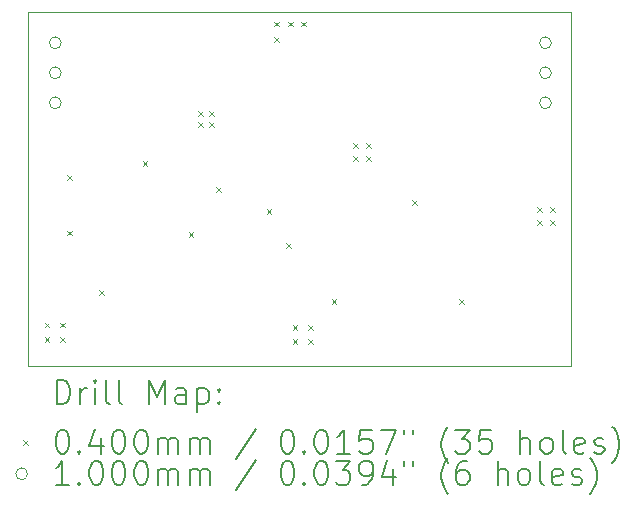
<source format=gbr>
%TF.GenerationSoftware,KiCad,Pcbnew,7.0.1*%
%TF.CreationDate,2023-05-08T19:32:56+02:00*%
%TF.ProjectId,geiger_counter,67656967-6572-45f6-936f-756e7465722e,rev?*%
%TF.SameCoordinates,Original*%
%TF.FileFunction,Drillmap*%
%TF.FilePolarity,Positive*%
%FSLAX45Y45*%
G04 Gerber Fmt 4.5, Leading zero omitted, Abs format (unit mm)*
G04 Created by KiCad (PCBNEW 7.0.1) date 2023-05-08 19:32:56*
%MOMM*%
%LPD*%
G01*
G04 APERTURE LIST*
%ADD10C,0.100000*%
%ADD11C,0.200000*%
%ADD12C,0.040000*%
G04 APERTURE END LIST*
D10*
X11690000Y-2040000D02*
X16290000Y-2040000D01*
X16290000Y-5040000D01*
X11690000Y-5040000D01*
X11690000Y-2040000D01*
D11*
D12*
X11830000Y-4670000D02*
X11870000Y-4710000D01*
X11870000Y-4670000D02*
X11830000Y-4710000D01*
X11830000Y-4790000D02*
X11870000Y-4830000D01*
X11870000Y-4790000D02*
X11830000Y-4830000D01*
X11960000Y-4670000D02*
X12000000Y-4710000D01*
X12000000Y-4670000D02*
X11960000Y-4710000D01*
X11960000Y-4790000D02*
X12000000Y-4830000D01*
X12000000Y-4790000D02*
X11960000Y-4830000D01*
X12020000Y-3420000D02*
X12060000Y-3460000D01*
X12060000Y-3420000D02*
X12020000Y-3460000D01*
X12020000Y-3890000D02*
X12060000Y-3930000D01*
X12060000Y-3890000D02*
X12020000Y-3930000D01*
X12293228Y-4392550D02*
X12333228Y-4432550D01*
X12333228Y-4392550D02*
X12293228Y-4432550D01*
X12660000Y-3300000D02*
X12700000Y-3340000D01*
X12700000Y-3300000D02*
X12660000Y-3340000D01*
X13050000Y-3900000D02*
X13090000Y-3940000D01*
X13090000Y-3900000D02*
X13050000Y-3940000D01*
X13130000Y-2880000D02*
X13170000Y-2920000D01*
X13170000Y-2880000D02*
X13130000Y-2920000D01*
X13130000Y-2970000D02*
X13170000Y-3010000D01*
X13170000Y-2970000D02*
X13130000Y-3010000D01*
X13220000Y-2880000D02*
X13260000Y-2920000D01*
X13260000Y-2880000D02*
X13220000Y-2920000D01*
X13220000Y-2970000D02*
X13260000Y-3010000D01*
X13260000Y-2970000D02*
X13220000Y-3010000D01*
X13280000Y-3520000D02*
X13320000Y-3560000D01*
X13320000Y-3520000D02*
X13280000Y-3560000D01*
X13710000Y-3710000D02*
X13750000Y-3750000D01*
X13750000Y-3710000D02*
X13710000Y-3750000D01*
X13770000Y-2120000D02*
X13810000Y-2160000D01*
X13810000Y-2120000D02*
X13770000Y-2160000D01*
X13770000Y-2250000D02*
X13810000Y-2290000D01*
X13810000Y-2250000D02*
X13770000Y-2290000D01*
X13877305Y-3997550D02*
X13917305Y-4037550D01*
X13917305Y-3997550D02*
X13877305Y-4037550D01*
X13890000Y-2120000D02*
X13930000Y-2160000D01*
X13930000Y-2120000D02*
X13890000Y-2160000D01*
X13930000Y-4690000D02*
X13970000Y-4730000D01*
X13970000Y-4690000D02*
X13930000Y-4730000D01*
X13930000Y-4810000D02*
X13970000Y-4850000D01*
X13970000Y-4810000D02*
X13930000Y-4850000D01*
X14000000Y-2120000D02*
X14040000Y-2160000D01*
X14040000Y-2120000D02*
X14000000Y-2160000D01*
X14060000Y-4690000D02*
X14100000Y-4730000D01*
X14100000Y-4690000D02*
X14060000Y-4730000D01*
X14060000Y-4810000D02*
X14100000Y-4850000D01*
X14100000Y-4810000D02*
X14060000Y-4850000D01*
X14260000Y-4471050D02*
X14300000Y-4511050D01*
X14300000Y-4471050D02*
X14260000Y-4511050D01*
X14440000Y-3150000D02*
X14480000Y-3190000D01*
X14480000Y-3150000D02*
X14440000Y-3190000D01*
X14440000Y-3260000D02*
X14480000Y-3300000D01*
X14480000Y-3260000D02*
X14440000Y-3300000D01*
X14550000Y-3150000D02*
X14590000Y-3190000D01*
X14590000Y-3150000D02*
X14550000Y-3190000D01*
X14550000Y-3260000D02*
X14590000Y-3300000D01*
X14590000Y-3260000D02*
X14550000Y-3300000D01*
X14940000Y-3630000D02*
X14980000Y-3670000D01*
X14980000Y-3630000D02*
X14940000Y-3670000D01*
X15340000Y-4470000D02*
X15380000Y-4510000D01*
X15380000Y-4470000D02*
X15340000Y-4510000D01*
X16000000Y-3690000D02*
X16040000Y-3730000D01*
X16040000Y-3690000D02*
X16000000Y-3730000D01*
X16000000Y-3800000D02*
X16040000Y-3840000D01*
X16040000Y-3800000D02*
X16000000Y-3840000D01*
X16110000Y-3690000D02*
X16150000Y-3730000D01*
X16150000Y-3690000D02*
X16110000Y-3730000D01*
X16110000Y-3800000D02*
X16150000Y-3840000D01*
X16150000Y-3800000D02*
X16110000Y-3840000D01*
D10*
X11970000Y-2300000D02*
G75*
G03*
X11970000Y-2300000I-50000J0D01*
G01*
X11970000Y-2554000D02*
G75*
G03*
X11970000Y-2554000I-50000J0D01*
G01*
X11970000Y-2808000D02*
G75*
G03*
X11970000Y-2808000I-50000J0D01*
G01*
X16120000Y-2300000D02*
G75*
G03*
X16120000Y-2300000I-50000J0D01*
G01*
X16120000Y-2554000D02*
G75*
G03*
X16120000Y-2554000I-50000J0D01*
G01*
X16120000Y-2808000D02*
G75*
G03*
X16120000Y-2808000I-50000J0D01*
G01*
D11*
X11932619Y-5357524D02*
X11932619Y-5157524D01*
X11932619Y-5157524D02*
X11980238Y-5157524D01*
X11980238Y-5157524D02*
X12008809Y-5167048D01*
X12008809Y-5167048D02*
X12027857Y-5186095D01*
X12027857Y-5186095D02*
X12037381Y-5205143D01*
X12037381Y-5205143D02*
X12046905Y-5243238D01*
X12046905Y-5243238D02*
X12046905Y-5271810D01*
X12046905Y-5271810D02*
X12037381Y-5309905D01*
X12037381Y-5309905D02*
X12027857Y-5328952D01*
X12027857Y-5328952D02*
X12008809Y-5348000D01*
X12008809Y-5348000D02*
X11980238Y-5357524D01*
X11980238Y-5357524D02*
X11932619Y-5357524D01*
X12132619Y-5357524D02*
X12132619Y-5224190D01*
X12132619Y-5262286D02*
X12142143Y-5243238D01*
X12142143Y-5243238D02*
X12151667Y-5233714D01*
X12151667Y-5233714D02*
X12170714Y-5224190D01*
X12170714Y-5224190D02*
X12189762Y-5224190D01*
X12256428Y-5357524D02*
X12256428Y-5224190D01*
X12256428Y-5157524D02*
X12246905Y-5167048D01*
X12246905Y-5167048D02*
X12256428Y-5176571D01*
X12256428Y-5176571D02*
X12265952Y-5167048D01*
X12265952Y-5167048D02*
X12256428Y-5157524D01*
X12256428Y-5157524D02*
X12256428Y-5176571D01*
X12380238Y-5357524D02*
X12361190Y-5348000D01*
X12361190Y-5348000D02*
X12351667Y-5328952D01*
X12351667Y-5328952D02*
X12351667Y-5157524D01*
X12485000Y-5357524D02*
X12465952Y-5348000D01*
X12465952Y-5348000D02*
X12456428Y-5328952D01*
X12456428Y-5328952D02*
X12456428Y-5157524D01*
X12713571Y-5357524D02*
X12713571Y-5157524D01*
X12713571Y-5157524D02*
X12780238Y-5300381D01*
X12780238Y-5300381D02*
X12846905Y-5157524D01*
X12846905Y-5157524D02*
X12846905Y-5357524D01*
X13027857Y-5357524D02*
X13027857Y-5252762D01*
X13027857Y-5252762D02*
X13018333Y-5233714D01*
X13018333Y-5233714D02*
X12999286Y-5224190D01*
X12999286Y-5224190D02*
X12961190Y-5224190D01*
X12961190Y-5224190D02*
X12942143Y-5233714D01*
X13027857Y-5348000D02*
X13008809Y-5357524D01*
X13008809Y-5357524D02*
X12961190Y-5357524D01*
X12961190Y-5357524D02*
X12942143Y-5348000D01*
X12942143Y-5348000D02*
X12932619Y-5328952D01*
X12932619Y-5328952D02*
X12932619Y-5309905D01*
X12932619Y-5309905D02*
X12942143Y-5290857D01*
X12942143Y-5290857D02*
X12961190Y-5281333D01*
X12961190Y-5281333D02*
X13008809Y-5281333D01*
X13008809Y-5281333D02*
X13027857Y-5271810D01*
X13123095Y-5224190D02*
X13123095Y-5424190D01*
X13123095Y-5233714D02*
X13142143Y-5224190D01*
X13142143Y-5224190D02*
X13180238Y-5224190D01*
X13180238Y-5224190D02*
X13199286Y-5233714D01*
X13199286Y-5233714D02*
X13208809Y-5243238D01*
X13208809Y-5243238D02*
X13218333Y-5262286D01*
X13218333Y-5262286D02*
X13218333Y-5319429D01*
X13218333Y-5319429D02*
X13208809Y-5338476D01*
X13208809Y-5338476D02*
X13199286Y-5348000D01*
X13199286Y-5348000D02*
X13180238Y-5357524D01*
X13180238Y-5357524D02*
X13142143Y-5357524D01*
X13142143Y-5357524D02*
X13123095Y-5348000D01*
X13304048Y-5338476D02*
X13313571Y-5348000D01*
X13313571Y-5348000D02*
X13304048Y-5357524D01*
X13304048Y-5357524D02*
X13294524Y-5348000D01*
X13294524Y-5348000D02*
X13304048Y-5338476D01*
X13304048Y-5338476D02*
X13304048Y-5357524D01*
X13304048Y-5233714D02*
X13313571Y-5243238D01*
X13313571Y-5243238D02*
X13304048Y-5252762D01*
X13304048Y-5252762D02*
X13294524Y-5243238D01*
X13294524Y-5243238D02*
X13304048Y-5233714D01*
X13304048Y-5233714D02*
X13304048Y-5252762D01*
D12*
X11645000Y-5665000D02*
X11685000Y-5705000D01*
X11685000Y-5665000D02*
X11645000Y-5705000D01*
D11*
X11970714Y-5577524D02*
X11989762Y-5577524D01*
X11989762Y-5577524D02*
X12008809Y-5587048D01*
X12008809Y-5587048D02*
X12018333Y-5596571D01*
X12018333Y-5596571D02*
X12027857Y-5615619D01*
X12027857Y-5615619D02*
X12037381Y-5653714D01*
X12037381Y-5653714D02*
X12037381Y-5701333D01*
X12037381Y-5701333D02*
X12027857Y-5739428D01*
X12027857Y-5739428D02*
X12018333Y-5758476D01*
X12018333Y-5758476D02*
X12008809Y-5768000D01*
X12008809Y-5768000D02*
X11989762Y-5777524D01*
X11989762Y-5777524D02*
X11970714Y-5777524D01*
X11970714Y-5777524D02*
X11951667Y-5768000D01*
X11951667Y-5768000D02*
X11942143Y-5758476D01*
X11942143Y-5758476D02*
X11932619Y-5739428D01*
X11932619Y-5739428D02*
X11923095Y-5701333D01*
X11923095Y-5701333D02*
X11923095Y-5653714D01*
X11923095Y-5653714D02*
X11932619Y-5615619D01*
X11932619Y-5615619D02*
X11942143Y-5596571D01*
X11942143Y-5596571D02*
X11951667Y-5587048D01*
X11951667Y-5587048D02*
X11970714Y-5577524D01*
X12123095Y-5758476D02*
X12132619Y-5768000D01*
X12132619Y-5768000D02*
X12123095Y-5777524D01*
X12123095Y-5777524D02*
X12113571Y-5768000D01*
X12113571Y-5768000D02*
X12123095Y-5758476D01*
X12123095Y-5758476D02*
X12123095Y-5777524D01*
X12304048Y-5644190D02*
X12304048Y-5777524D01*
X12256428Y-5568000D02*
X12208809Y-5710857D01*
X12208809Y-5710857D02*
X12332619Y-5710857D01*
X12446905Y-5577524D02*
X12465952Y-5577524D01*
X12465952Y-5577524D02*
X12485000Y-5587048D01*
X12485000Y-5587048D02*
X12494524Y-5596571D01*
X12494524Y-5596571D02*
X12504048Y-5615619D01*
X12504048Y-5615619D02*
X12513571Y-5653714D01*
X12513571Y-5653714D02*
X12513571Y-5701333D01*
X12513571Y-5701333D02*
X12504048Y-5739428D01*
X12504048Y-5739428D02*
X12494524Y-5758476D01*
X12494524Y-5758476D02*
X12485000Y-5768000D01*
X12485000Y-5768000D02*
X12465952Y-5777524D01*
X12465952Y-5777524D02*
X12446905Y-5777524D01*
X12446905Y-5777524D02*
X12427857Y-5768000D01*
X12427857Y-5768000D02*
X12418333Y-5758476D01*
X12418333Y-5758476D02*
X12408809Y-5739428D01*
X12408809Y-5739428D02*
X12399286Y-5701333D01*
X12399286Y-5701333D02*
X12399286Y-5653714D01*
X12399286Y-5653714D02*
X12408809Y-5615619D01*
X12408809Y-5615619D02*
X12418333Y-5596571D01*
X12418333Y-5596571D02*
X12427857Y-5587048D01*
X12427857Y-5587048D02*
X12446905Y-5577524D01*
X12637381Y-5577524D02*
X12656429Y-5577524D01*
X12656429Y-5577524D02*
X12675476Y-5587048D01*
X12675476Y-5587048D02*
X12685000Y-5596571D01*
X12685000Y-5596571D02*
X12694524Y-5615619D01*
X12694524Y-5615619D02*
X12704048Y-5653714D01*
X12704048Y-5653714D02*
X12704048Y-5701333D01*
X12704048Y-5701333D02*
X12694524Y-5739428D01*
X12694524Y-5739428D02*
X12685000Y-5758476D01*
X12685000Y-5758476D02*
X12675476Y-5768000D01*
X12675476Y-5768000D02*
X12656429Y-5777524D01*
X12656429Y-5777524D02*
X12637381Y-5777524D01*
X12637381Y-5777524D02*
X12618333Y-5768000D01*
X12618333Y-5768000D02*
X12608809Y-5758476D01*
X12608809Y-5758476D02*
X12599286Y-5739428D01*
X12599286Y-5739428D02*
X12589762Y-5701333D01*
X12589762Y-5701333D02*
X12589762Y-5653714D01*
X12589762Y-5653714D02*
X12599286Y-5615619D01*
X12599286Y-5615619D02*
X12608809Y-5596571D01*
X12608809Y-5596571D02*
X12618333Y-5587048D01*
X12618333Y-5587048D02*
X12637381Y-5577524D01*
X12789762Y-5777524D02*
X12789762Y-5644190D01*
X12789762Y-5663238D02*
X12799286Y-5653714D01*
X12799286Y-5653714D02*
X12818333Y-5644190D01*
X12818333Y-5644190D02*
X12846905Y-5644190D01*
X12846905Y-5644190D02*
X12865952Y-5653714D01*
X12865952Y-5653714D02*
X12875476Y-5672762D01*
X12875476Y-5672762D02*
X12875476Y-5777524D01*
X12875476Y-5672762D02*
X12885000Y-5653714D01*
X12885000Y-5653714D02*
X12904048Y-5644190D01*
X12904048Y-5644190D02*
X12932619Y-5644190D01*
X12932619Y-5644190D02*
X12951667Y-5653714D01*
X12951667Y-5653714D02*
X12961190Y-5672762D01*
X12961190Y-5672762D02*
X12961190Y-5777524D01*
X13056429Y-5777524D02*
X13056429Y-5644190D01*
X13056429Y-5663238D02*
X13065952Y-5653714D01*
X13065952Y-5653714D02*
X13085000Y-5644190D01*
X13085000Y-5644190D02*
X13113571Y-5644190D01*
X13113571Y-5644190D02*
X13132619Y-5653714D01*
X13132619Y-5653714D02*
X13142143Y-5672762D01*
X13142143Y-5672762D02*
X13142143Y-5777524D01*
X13142143Y-5672762D02*
X13151667Y-5653714D01*
X13151667Y-5653714D02*
X13170714Y-5644190D01*
X13170714Y-5644190D02*
X13199286Y-5644190D01*
X13199286Y-5644190D02*
X13218333Y-5653714D01*
X13218333Y-5653714D02*
X13227857Y-5672762D01*
X13227857Y-5672762D02*
X13227857Y-5777524D01*
X13618333Y-5568000D02*
X13446905Y-5825143D01*
X13875476Y-5577524D02*
X13894524Y-5577524D01*
X13894524Y-5577524D02*
X13913572Y-5587048D01*
X13913572Y-5587048D02*
X13923095Y-5596571D01*
X13923095Y-5596571D02*
X13932619Y-5615619D01*
X13932619Y-5615619D02*
X13942143Y-5653714D01*
X13942143Y-5653714D02*
X13942143Y-5701333D01*
X13942143Y-5701333D02*
X13932619Y-5739428D01*
X13932619Y-5739428D02*
X13923095Y-5758476D01*
X13923095Y-5758476D02*
X13913572Y-5768000D01*
X13913572Y-5768000D02*
X13894524Y-5777524D01*
X13894524Y-5777524D02*
X13875476Y-5777524D01*
X13875476Y-5777524D02*
X13856429Y-5768000D01*
X13856429Y-5768000D02*
X13846905Y-5758476D01*
X13846905Y-5758476D02*
X13837381Y-5739428D01*
X13837381Y-5739428D02*
X13827857Y-5701333D01*
X13827857Y-5701333D02*
X13827857Y-5653714D01*
X13827857Y-5653714D02*
X13837381Y-5615619D01*
X13837381Y-5615619D02*
X13846905Y-5596571D01*
X13846905Y-5596571D02*
X13856429Y-5587048D01*
X13856429Y-5587048D02*
X13875476Y-5577524D01*
X14027857Y-5758476D02*
X14037381Y-5768000D01*
X14037381Y-5768000D02*
X14027857Y-5777524D01*
X14027857Y-5777524D02*
X14018333Y-5768000D01*
X14018333Y-5768000D02*
X14027857Y-5758476D01*
X14027857Y-5758476D02*
X14027857Y-5777524D01*
X14161191Y-5577524D02*
X14180238Y-5577524D01*
X14180238Y-5577524D02*
X14199286Y-5587048D01*
X14199286Y-5587048D02*
X14208810Y-5596571D01*
X14208810Y-5596571D02*
X14218333Y-5615619D01*
X14218333Y-5615619D02*
X14227857Y-5653714D01*
X14227857Y-5653714D02*
X14227857Y-5701333D01*
X14227857Y-5701333D02*
X14218333Y-5739428D01*
X14218333Y-5739428D02*
X14208810Y-5758476D01*
X14208810Y-5758476D02*
X14199286Y-5768000D01*
X14199286Y-5768000D02*
X14180238Y-5777524D01*
X14180238Y-5777524D02*
X14161191Y-5777524D01*
X14161191Y-5777524D02*
X14142143Y-5768000D01*
X14142143Y-5768000D02*
X14132619Y-5758476D01*
X14132619Y-5758476D02*
X14123095Y-5739428D01*
X14123095Y-5739428D02*
X14113572Y-5701333D01*
X14113572Y-5701333D02*
X14113572Y-5653714D01*
X14113572Y-5653714D02*
X14123095Y-5615619D01*
X14123095Y-5615619D02*
X14132619Y-5596571D01*
X14132619Y-5596571D02*
X14142143Y-5587048D01*
X14142143Y-5587048D02*
X14161191Y-5577524D01*
X14418333Y-5777524D02*
X14304048Y-5777524D01*
X14361191Y-5777524D02*
X14361191Y-5577524D01*
X14361191Y-5577524D02*
X14342143Y-5606095D01*
X14342143Y-5606095D02*
X14323095Y-5625143D01*
X14323095Y-5625143D02*
X14304048Y-5634667D01*
X14599286Y-5577524D02*
X14504048Y-5577524D01*
X14504048Y-5577524D02*
X14494524Y-5672762D01*
X14494524Y-5672762D02*
X14504048Y-5663238D01*
X14504048Y-5663238D02*
X14523095Y-5653714D01*
X14523095Y-5653714D02*
X14570714Y-5653714D01*
X14570714Y-5653714D02*
X14589762Y-5663238D01*
X14589762Y-5663238D02*
X14599286Y-5672762D01*
X14599286Y-5672762D02*
X14608810Y-5691809D01*
X14608810Y-5691809D02*
X14608810Y-5739428D01*
X14608810Y-5739428D02*
X14599286Y-5758476D01*
X14599286Y-5758476D02*
X14589762Y-5768000D01*
X14589762Y-5768000D02*
X14570714Y-5777524D01*
X14570714Y-5777524D02*
X14523095Y-5777524D01*
X14523095Y-5777524D02*
X14504048Y-5768000D01*
X14504048Y-5768000D02*
X14494524Y-5758476D01*
X14675476Y-5577524D02*
X14808810Y-5577524D01*
X14808810Y-5577524D02*
X14723095Y-5777524D01*
X14875476Y-5577524D02*
X14875476Y-5615619D01*
X14951667Y-5577524D02*
X14951667Y-5615619D01*
X15246905Y-5853714D02*
X15237381Y-5844190D01*
X15237381Y-5844190D02*
X15218334Y-5815619D01*
X15218334Y-5815619D02*
X15208810Y-5796571D01*
X15208810Y-5796571D02*
X15199286Y-5768000D01*
X15199286Y-5768000D02*
X15189762Y-5720381D01*
X15189762Y-5720381D02*
X15189762Y-5682286D01*
X15189762Y-5682286D02*
X15199286Y-5634667D01*
X15199286Y-5634667D02*
X15208810Y-5606095D01*
X15208810Y-5606095D02*
X15218334Y-5587048D01*
X15218334Y-5587048D02*
X15237381Y-5558476D01*
X15237381Y-5558476D02*
X15246905Y-5548952D01*
X15304048Y-5577524D02*
X15427857Y-5577524D01*
X15427857Y-5577524D02*
X15361191Y-5653714D01*
X15361191Y-5653714D02*
X15389762Y-5653714D01*
X15389762Y-5653714D02*
X15408810Y-5663238D01*
X15408810Y-5663238D02*
X15418334Y-5672762D01*
X15418334Y-5672762D02*
X15427857Y-5691809D01*
X15427857Y-5691809D02*
X15427857Y-5739428D01*
X15427857Y-5739428D02*
X15418334Y-5758476D01*
X15418334Y-5758476D02*
X15408810Y-5768000D01*
X15408810Y-5768000D02*
X15389762Y-5777524D01*
X15389762Y-5777524D02*
X15332619Y-5777524D01*
X15332619Y-5777524D02*
X15313572Y-5768000D01*
X15313572Y-5768000D02*
X15304048Y-5758476D01*
X15608810Y-5577524D02*
X15513572Y-5577524D01*
X15513572Y-5577524D02*
X15504048Y-5672762D01*
X15504048Y-5672762D02*
X15513572Y-5663238D01*
X15513572Y-5663238D02*
X15532619Y-5653714D01*
X15532619Y-5653714D02*
X15580238Y-5653714D01*
X15580238Y-5653714D02*
X15599286Y-5663238D01*
X15599286Y-5663238D02*
X15608810Y-5672762D01*
X15608810Y-5672762D02*
X15618334Y-5691809D01*
X15618334Y-5691809D02*
X15618334Y-5739428D01*
X15618334Y-5739428D02*
X15608810Y-5758476D01*
X15608810Y-5758476D02*
X15599286Y-5768000D01*
X15599286Y-5768000D02*
X15580238Y-5777524D01*
X15580238Y-5777524D02*
X15532619Y-5777524D01*
X15532619Y-5777524D02*
X15513572Y-5768000D01*
X15513572Y-5768000D02*
X15504048Y-5758476D01*
X15856429Y-5777524D02*
X15856429Y-5577524D01*
X15942143Y-5777524D02*
X15942143Y-5672762D01*
X15942143Y-5672762D02*
X15932619Y-5653714D01*
X15932619Y-5653714D02*
X15913572Y-5644190D01*
X15913572Y-5644190D02*
X15885000Y-5644190D01*
X15885000Y-5644190D02*
X15865953Y-5653714D01*
X15865953Y-5653714D02*
X15856429Y-5663238D01*
X16065953Y-5777524D02*
X16046905Y-5768000D01*
X16046905Y-5768000D02*
X16037381Y-5758476D01*
X16037381Y-5758476D02*
X16027857Y-5739428D01*
X16027857Y-5739428D02*
X16027857Y-5682286D01*
X16027857Y-5682286D02*
X16037381Y-5663238D01*
X16037381Y-5663238D02*
X16046905Y-5653714D01*
X16046905Y-5653714D02*
X16065953Y-5644190D01*
X16065953Y-5644190D02*
X16094524Y-5644190D01*
X16094524Y-5644190D02*
X16113572Y-5653714D01*
X16113572Y-5653714D02*
X16123096Y-5663238D01*
X16123096Y-5663238D02*
X16132619Y-5682286D01*
X16132619Y-5682286D02*
X16132619Y-5739428D01*
X16132619Y-5739428D02*
X16123096Y-5758476D01*
X16123096Y-5758476D02*
X16113572Y-5768000D01*
X16113572Y-5768000D02*
X16094524Y-5777524D01*
X16094524Y-5777524D02*
X16065953Y-5777524D01*
X16246905Y-5777524D02*
X16227857Y-5768000D01*
X16227857Y-5768000D02*
X16218334Y-5748952D01*
X16218334Y-5748952D02*
X16218334Y-5577524D01*
X16399286Y-5768000D02*
X16380238Y-5777524D01*
X16380238Y-5777524D02*
X16342143Y-5777524D01*
X16342143Y-5777524D02*
X16323096Y-5768000D01*
X16323096Y-5768000D02*
X16313572Y-5748952D01*
X16313572Y-5748952D02*
X16313572Y-5672762D01*
X16313572Y-5672762D02*
X16323096Y-5653714D01*
X16323096Y-5653714D02*
X16342143Y-5644190D01*
X16342143Y-5644190D02*
X16380238Y-5644190D01*
X16380238Y-5644190D02*
X16399286Y-5653714D01*
X16399286Y-5653714D02*
X16408810Y-5672762D01*
X16408810Y-5672762D02*
X16408810Y-5691809D01*
X16408810Y-5691809D02*
X16313572Y-5710857D01*
X16485000Y-5768000D02*
X16504048Y-5777524D01*
X16504048Y-5777524D02*
X16542143Y-5777524D01*
X16542143Y-5777524D02*
X16561191Y-5768000D01*
X16561191Y-5768000D02*
X16570715Y-5748952D01*
X16570715Y-5748952D02*
X16570715Y-5739428D01*
X16570715Y-5739428D02*
X16561191Y-5720381D01*
X16561191Y-5720381D02*
X16542143Y-5710857D01*
X16542143Y-5710857D02*
X16513572Y-5710857D01*
X16513572Y-5710857D02*
X16494524Y-5701333D01*
X16494524Y-5701333D02*
X16485000Y-5682286D01*
X16485000Y-5682286D02*
X16485000Y-5672762D01*
X16485000Y-5672762D02*
X16494524Y-5653714D01*
X16494524Y-5653714D02*
X16513572Y-5644190D01*
X16513572Y-5644190D02*
X16542143Y-5644190D01*
X16542143Y-5644190D02*
X16561191Y-5653714D01*
X16637381Y-5853714D02*
X16646905Y-5844190D01*
X16646905Y-5844190D02*
X16665953Y-5815619D01*
X16665953Y-5815619D02*
X16675477Y-5796571D01*
X16675477Y-5796571D02*
X16685000Y-5768000D01*
X16685000Y-5768000D02*
X16694524Y-5720381D01*
X16694524Y-5720381D02*
X16694524Y-5682286D01*
X16694524Y-5682286D02*
X16685000Y-5634667D01*
X16685000Y-5634667D02*
X16675477Y-5606095D01*
X16675477Y-5606095D02*
X16665953Y-5587048D01*
X16665953Y-5587048D02*
X16646905Y-5558476D01*
X16646905Y-5558476D02*
X16637381Y-5548952D01*
D10*
X11685000Y-5949000D02*
G75*
G03*
X11685000Y-5949000I-50000J0D01*
G01*
D11*
X12037381Y-6041524D02*
X11923095Y-6041524D01*
X11980238Y-6041524D02*
X11980238Y-5841524D01*
X11980238Y-5841524D02*
X11961190Y-5870095D01*
X11961190Y-5870095D02*
X11942143Y-5889143D01*
X11942143Y-5889143D02*
X11923095Y-5898667D01*
X12123095Y-6022476D02*
X12132619Y-6032000D01*
X12132619Y-6032000D02*
X12123095Y-6041524D01*
X12123095Y-6041524D02*
X12113571Y-6032000D01*
X12113571Y-6032000D02*
X12123095Y-6022476D01*
X12123095Y-6022476D02*
X12123095Y-6041524D01*
X12256428Y-5841524D02*
X12275476Y-5841524D01*
X12275476Y-5841524D02*
X12294524Y-5851048D01*
X12294524Y-5851048D02*
X12304048Y-5860571D01*
X12304048Y-5860571D02*
X12313571Y-5879619D01*
X12313571Y-5879619D02*
X12323095Y-5917714D01*
X12323095Y-5917714D02*
X12323095Y-5965333D01*
X12323095Y-5965333D02*
X12313571Y-6003428D01*
X12313571Y-6003428D02*
X12304048Y-6022476D01*
X12304048Y-6022476D02*
X12294524Y-6032000D01*
X12294524Y-6032000D02*
X12275476Y-6041524D01*
X12275476Y-6041524D02*
X12256428Y-6041524D01*
X12256428Y-6041524D02*
X12237381Y-6032000D01*
X12237381Y-6032000D02*
X12227857Y-6022476D01*
X12227857Y-6022476D02*
X12218333Y-6003428D01*
X12218333Y-6003428D02*
X12208809Y-5965333D01*
X12208809Y-5965333D02*
X12208809Y-5917714D01*
X12208809Y-5917714D02*
X12218333Y-5879619D01*
X12218333Y-5879619D02*
X12227857Y-5860571D01*
X12227857Y-5860571D02*
X12237381Y-5851048D01*
X12237381Y-5851048D02*
X12256428Y-5841524D01*
X12446905Y-5841524D02*
X12465952Y-5841524D01*
X12465952Y-5841524D02*
X12485000Y-5851048D01*
X12485000Y-5851048D02*
X12494524Y-5860571D01*
X12494524Y-5860571D02*
X12504048Y-5879619D01*
X12504048Y-5879619D02*
X12513571Y-5917714D01*
X12513571Y-5917714D02*
X12513571Y-5965333D01*
X12513571Y-5965333D02*
X12504048Y-6003428D01*
X12504048Y-6003428D02*
X12494524Y-6022476D01*
X12494524Y-6022476D02*
X12485000Y-6032000D01*
X12485000Y-6032000D02*
X12465952Y-6041524D01*
X12465952Y-6041524D02*
X12446905Y-6041524D01*
X12446905Y-6041524D02*
X12427857Y-6032000D01*
X12427857Y-6032000D02*
X12418333Y-6022476D01*
X12418333Y-6022476D02*
X12408809Y-6003428D01*
X12408809Y-6003428D02*
X12399286Y-5965333D01*
X12399286Y-5965333D02*
X12399286Y-5917714D01*
X12399286Y-5917714D02*
X12408809Y-5879619D01*
X12408809Y-5879619D02*
X12418333Y-5860571D01*
X12418333Y-5860571D02*
X12427857Y-5851048D01*
X12427857Y-5851048D02*
X12446905Y-5841524D01*
X12637381Y-5841524D02*
X12656429Y-5841524D01*
X12656429Y-5841524D02*
X12675476Y-5851048D01*
X12675476Y-5851048D02*
X12685000Y-5860571D01*
X12685000Y-5860571D02*
X12694524Y-5879619D01*
X12694524Y-5879619D02*
X12704048Y-5917714D01*
X12704048Y-5917714D02*
X12704048Y-5965333D01*
X12704048Y-5965333D02*
X12694524Y-6003428D01*
X12694524Y-6003428D02*
X12685000Y-6022476D01*
X12685000Y-6022476D02*
X12675476Y-6032000D01*
X12675476Y-6032000D02*
X12656429Y-6041524D01*
X12656429Y-6041524D02*
X12637381Y-6041524D01*
X12637381Y-6041524D02*
X12618333Y-6032000D01*
X12618333Y-6032000D02*
X12608809Y-6022476D01*
X12608809Y-6022476D02*
X12599286Y-6003428D01*
X12599286Y-6003428D02*
X12589762Y-5965333D01*
X12589762Y-5965333D02*
X12589762Y-5917714D01*
X12589762Y-5917714D02*
X12599286Y-5879619D01*
X12599286Y-5879619D02*
X12608809Y-5860571D01*
X12608809Y-5860571D02*
X12618333Y-5851048D01*
X12618333Y-5851048D02*
X12637381Y-5841524D01*
X12789762Y-6041524D02*
X12789762Y-5908190D01*
X12789762Y-5927238D02*
X12799286Y-5917714D01*
X12799286Y-5917714D02*
X12818333Y-5908190D01*
X12818333Y-5908190D02*
X12846905Y-5908190D01*
X12846905Y-5908190D02*
X12865952Y-5917714D01*
X12865952Y-5917714D02*
X12875476Y-5936762D01*
X12875476Y-5936762D02*
X12875476Y-6041524D01*
X12875476Y-5936762D02*
X12885000Y-5917714D01*
X12885000Y-5917714D02*
X12904048Y-5908190D01*
X12904048Y-5908190D02*
X12932619Y-5908190D01*
X12932619Y-5908190D02*
X12951667Y-5917714D01*
X12951667Y-5917714D02*
X12961190Y-5936762D01*
X12961190Y-5936762D02*
X12961190Y-6041524D01*
X13056429Y-6041524D02*
X13056429Y-5908190D01*
X13056429Y-5927238D02*
X13065952Y-5917714D01*
X13065952Y-5917714D02*
X13085000Y-5908190D01*
X13085000Y-5908190D02*
X13113571Y-5908190D01*
X13113571Y-5908190D02*
X13132619Y-5917714D01*
X13132619Y-5917714D02*
X13142143Y-5936762D01*
X13142143Y-5936762D02*
X13142143Y-6041524D01*
X13142143Y-5936762D02*
X13151667Y-5917714D01*
X13151667Y-5917714D02*
X13170714Y-5908190D01*
X13170714Y-5908190D02*
X13199286Y-5908190D01*
X13199286Y-5908190D02*
X13218333Y-5917714D01*
X13218333Y-5917714D02*
X13227857Y-5936762D01*
X13227857Y-5936762D02*
X13227857Y-6041524D01*
X13618333Y-5832000D02*
X13446905Y-6089143D01*
X13875476Y-5841524D02*
X13894524Y-5841524D01*
X13894524Y-5841524D02*
X13913572Y-5851048D01*
X13913572Y-5851048D02*
X13923095Y-5860571D01*
X13923095Y-5860571D02*
X13932619Y-5879619D01*
X13932619Y-5879619D02*
X13942143Y-5917714D01*
X13942143Y-5917714D02*
X13942143Y-5965333D01*
X13942143Y-5965333D02*
X13932619Y-6003428D01*
X13932619Y-6003428D02*
X13923095Y-6022476D01*
X13923095Y-6022476D02*
X13913572Y-6032000D01*
X13913572Y-6032000D02*
X13894524Y-6041524D01*
X13894524Y-6041524D02*
X13875476Y-6041524D01*
X13875476Y-6041524D02*
X13856429Y-6032000D01*
X13856429Y-6032000D02*
X13846905Y-6022476D01*
X13846905Y-6022476D02*
X13837381Y-6003428D01*
X13837381Y-6003428D02*
X13827857Y-5965333D01*
X13827857Y-5965333D02*
X13827857Y-5917714D01*
X13827857Y-5917714D02*
X13837381Y-5879619D01*
X13837381Y-5879619D02*
X13846905Y-5860571D01*
X13846905Y-5860571D02*
X13856429Y-5851048D01*
X13856429Y-5851048D02*
X13875476Y-5841524D01*
X14027857Y-6022476D02*
X14037381Y-6032000D01*
X14037381Y-6032000D02*
X14027857Y-6041524D01*
X14027857Y-6041524D02*
X14018333Y-6032000D01*
X14018333Y-6032000D02*
X14027857Y-6022476D01*
X14027857Y-6022476D02*
X14027857Y-6041524D01*
X14161191Y-5841524D02*
X14180238Y-5841524D01*
X14180238Y-5841524D02*
X14199286Y-5851048D01*
X14199286Y-5851048D02*
X14208810Y-5860571D01*
X14208810Y-5860571D02*
X14218333Y-5879619D01*
X14218333Y-5879619D02*
X14227857Y-5917714D01*
X14227857Y-5917714D02*
X14227857Y-5965333D01*
X14227857Y-5965333D02*
X14218333Y-6003428D01*
X14218333Y-6003428D02*
X14208810Y-6022476D01*
X14208810Y-6022476D02*
X14199286Y-6032000D01*
X14199286Y-6032000D02*
X14180238Y-6041524D01*
X14180238Y-6041524D02*
X14161191Y-6041524D01*
X14161191Y-6041524D02*
X14142143Y-6032000D01*
X14142143Y-6032000D02*
X14132619Y-6022476D01*
X14132619Y-6022476D02*
X14123095Y-6003428D01*
X14123095Y-6003428D02*
X14113572Y-5965333D01*
X14113572Y-5965333D02*
X14113572Y-5917714D01*
X14113572Y-5917714D02*
X14123095Y-5879619D01*
X14123095Y-5879619D02*
X14132619Y-5860571D01*
X14132619Y-5860571D02*
X14142143Y-5851048D01*
X14142143Y-5851048D02*
X14161191Y-5841524D01*
X14294524Y-5841524D02*
X14418333Y-5841524D01*
X14418333Y-5841524D02*
X14351667Y-5917714D01*
X14351667Y-5917714D02*
X14380238Y-5917714D01*
X14380238Y-5917714D02*
X14399286Y-5927238D01*
X14399286Y-5927238D02*
X14408810Y-5936762D01*
X14408810Y-5936762D02*
X14418333Y-5955809D01*
X14418333Y-5955809D02*
X14418333Y-6003428D01*
X14418333Y-6003428D02*
X14408810Y-6022476D01*
X14408810Y-6022476D02*
X14399286Y-6032000D01*
X14399286Y-6032000D02*
X14380238Y-6041524D01*
X14380238Y-6041524D02*
X14323095Y-6041524D01*
X14323095Y-6041524D02*
X14304048Y-6032000D01*
X14304048Y-6032000D02*
X14294524Y-6022476D01*
X14513572Y-6041524D02*
X14551667Y-6041524D01*
X14551667Y-6041524D02*
X14570714Y-6032000D01*
X14570714Y-6032000D02*
X14580238Y-6022476D01*
X14580238Y-6022476D02*
X14599286Y-5993905D01*
X14599286Y-5993905D02*
X14608810Y-5955809D01*
X14608810Y-5955809D02*
X14608810Y-5879619D01*
X14608810Y-5879619D02*
X14599286Y-5860571D01*
X14599286Y-5860571D02*
X14589762Y-5851048D01*
X14589762Y-5851048D02*
X14570714Y-5841524D01*
X14570714Y-5841524D02*
X14532619Y-5841524D01*
X14532619Y-5841524D02*
X14513572Y-5851048D01*
X14513572Y-5851048D02*
X14504048Y-5860571D01*
X14504048Y-5860571D02*
X14494524Y-5879619D01*
X14494524Y-5879619D02*
X14494524Y-5927238D01*
X14494524Y-5927238D02*
X14504048Y-5946286D01*
X14504048Y-5946286D02*
X14513572Y-5955809D01*
X14513572Y-5955809D02*
X14532619Y-5965333D01*
X14532619Y-5965333D02*
X14570714Y-5965333D01*
X14570714Y-5965333D02*
X14589762Y-5955809D01*
X14589762Y-5955809D02*
X14599286Y-5946286D01*
X14599286Y-5946286D02*
X14608810Y-5927238D01*
X14780238Y-5908190D02*
X14780238Y-6041524D01*
X14732619Y-5832000D02*
X14685000Y-5974857D01*
X14685000Y-5974857D02*
X14808810Y-5974857D01*
X14875476Y-5841524D02*
X14875476Y-5879619D01*
X14951667Y-5841524D02*
X14951667Y-5879619D01*
X15246905Y-6117714D02*
X15237381Y-6108190D01*
X15237381Y-6108190D02*
X15218334Y-6079619D01*
X15218334Y-6079619D02*
X15208810Y-6060571D01*
X15208810Y-6060571D02*
X15199286Y-6032000D01*
X15199286Y-6032000D02*
X15189762Y-5984381D01*
X15189762Y-5984381D02*
X15189762Y-5946286D01*
X15189762Y-5946286D02*
X15199286Y-5898667D01*
X15199286Y-5898667D02*
X15208810Y-5870095D01*
X15208810Y-5870095D02*
X15218334Y-5851048D01*
X15218334Y-5851048D02*
X15237381Y-5822476D01*
X15237381Y-5822476D02*
X15246905Y-5812952D01*
X15408810Y-5841524D02*
X15370714Y-5841524D01*
X15370714Y-5841524D02*
X15351667Y-5851048D01*
X15351667Y-5851048D02*
X15342143Y-5860571D01*
X15342143Y-5860571D02*
X15323095Y-5889143D01*
X15323095Y-5889143D02*
X15313572Y-5927238D01*
X15313572Y-5927238D02*
X15313572Y-6003428D01*
X15313572Y-6003428D02*
X15323095Y-6022476D01*
X15323095Y-6022476D02*
X15332619Y-6032000D01*
X15332619Y-6032000D02*
X15351667Y-6041524D01*
X15351667Y-6041524D02*
X15389762Y-6041524D01*
X15389762Y-6041524D02*
X15408810Y-6032000D01*
X15408810Y-6032000D02*
X15418334Y-6022476D01*
X15418334Y-6022476D02*
X15427857Y-6003428D01*
X15427857Y-6003428D02*
X15427857Y-5955809D01*
X15427857Y-5955809D02*
X15418334Y-5936762D01*
X15418334Y-5936762D02*
X15408810Y-5927238D01*
X15408810Y-5927238D02*
X15389762Y-5917714D01*
X15389762Y-5917714D02*
X15351667Y-5917714D01*
X15351667Y-5917714D02*
X15332619Y-5927238D01*
X15332619Y-5927238D02*
X15323095Y-5936762D01*
X15323095Y-5936762D02*
X15313572Y-5955809D01*
X15665953Y-6041524D02*
X15665953Y-5841524D01*
X15751667Y-6041524D02*
X15751667Y-5936762D01*
X15751667Y-5936762D02*
X15742143Y-5917714D01*
X15742143Y-5917714D02*
X15723096Y-5908190D01*
X15723096Y-5908190D02*
X15694524Y-5908190D01*
X15694524Y-5908190D02*
X15675476Y-5917714D01*
X15675476Y-5917714D02*
X15665953Y-5927238D01*
X15875476Y-6041524D02*
X15856429Y-6032000D01*
X15856429Y-6032000D02*
X15846905Y-6022476D01*
X15846905Y-6022476D02*
X15837381Y-6003428D01*
X15837381Y-6003428D02*
X15837381Y-5946286D01*
X15837381Y-5946286D02*
X15846905Y-5927238D01*
X15846905Y-5927238D02*
X15856429Y-5917714D01*
X15856429Y-5917714D02*
X15875476Y-5908190D01*
X15875476Y-5908190D02*
X15904048Y-5908190D01*
X15904048Y-5908190D02*
X15923096Y-5917714D01*
X15923096Y-5917714D02*
X15932619Y-5927238D01*
X15932619Y-5927238D02*
X15942143Y-5946286D01*
X15942143Y-5946286D02*
X15942143Y-6003428D01*
X15942143Y-6003428D02*
X15932619Y-6022476D01*
X15932619Y-6022476D02*
X15923096Y-6032000D01*
X15923096Y-6032000D02*
X15904048Y-6041524D01*
X15904048Y-6041524D02*
X15875476Y-6041524D01*
X16056429Y-6041524D02*
X16037381Y-6032000D01*
X16037381Y-6032000D02*
X16027857Y-6012952D01*
X16027857Y-6012952D02*
X16027857Y-5841524D01*
X16208810Y-6032000D02*
X16189762Y-6041524D01*
X16189762Y-6041524D02*
X16151667Y-6041524D01*
X16151667Y-6041524D02*
X16132619Y-6032000D01*
X16132619Y-6032000D02*
X16123096Y-6012952D01*
X16123096Y-6012952D02*
X16123096Y-5936762D01*
X16123096Y-5936762D02*
X16132619Y-5917714D01*
X16132619Y-5917714D02*
X16151667Y-5908190D01*
X16151667Y-5908190D02*
X16189762Y-5908190D01*
X16189762Y-5908190D02*
X16208810Y-5917714D01*
X16208810Y-5917714D02*
X16218334Y-5936762D01*
X16218334Y-5936762D02*
X16218334Y-5955809D01*
X16218334Y-5955809D02*
X16123096Y-5974857D01*
X16294524Y-6032000D02*
X16313572Y-6041524D01*
X16313572Y-6041524D02*
X16351667Y-6041524D01*
X16351667Y-6041524D02*
X16370715Y-6032000D01*
X16370715Y-6032000D02*
X16380238Y-6012952D01*
X16380238Y-6012952D02*
X16380238Y-6003428D01*
X16380238Y-6003428D02*
X16370715Y-5984381D01*
X16370715Y-5984381D02*
X16351667Y-5974857D01*
X16351667Y-5974857D02*
X16323096Y-5974857D01*
X16323096Y-5974857D02*
X16304048Y-5965333D01*
X16304048Y-5965333D02*
X16294524Y-5946286D01*
X16294524Y-5946286D02*
X16294524Y-5936762D01*
X16294524Y-5936762D02*
X16304048Y-5917714D01*
X16304048Y-5917714D02*
X16323096Y-5908190D01*
X16323096Y-5908190D02*
X16351667Y-5908190D01*
X16351667Y-5908190D02*
X16370715Y-5917714D01*
X16446905Y-6117714D02*
X16456429Y-6108190D01*
X16456429Y-6108190D02*
X16475477Y-6079619D01*
X16475477Y-6079619D02*
X16485000Y-6060571D01*
X16485000Y-6060571D02*
X16494524Y-6032000D01*
X16494524Y-6032000D02*
X16504048Y-5984381D01*
X16504048Y-5984381D02*
X16504048Y-5946286D01*
X16504048Y-5946286D02*
X16494524Y-5898667D01*
X16494524Y-5898667D02*
X16485000Y-5870095D01*
X16485000Y-5870095D02*
X16475477Y-5851048D01*
X16475477Y-5851048D02*
X16456429Y-5822476D01*
X16456429Y-5822476D02*
X16446905Y-5812952D01*
M02*

</source>
